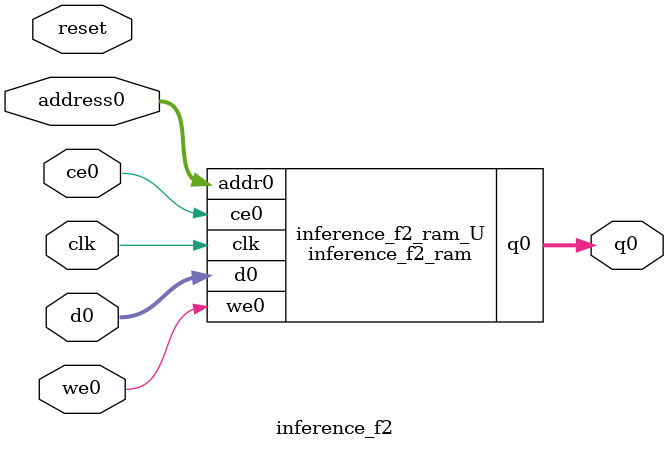
<source format=v>

`timescale 1 ns / 1 ps
module inference_f2_ram (addr0, ce0, d0, we0, q0,  clk);

parameter DWIDTH = 32;
parameter AWIDTH = 12;
parameter MEM_SIZE = 2400;

input[AWIDTH-1:0] addr0;
input ce0;
input[DWIDTH-1:0] d0;
input we0;
output reg[DWIDTH-1:0] q0;
input clk;

(* ram_style = "block" *)reg [DWIDTH-1:0] ram[MEM_SIZE-1:0];




always @(posedge clk)  
begin 
    if (ce0) 
    begin
        if (we0) 
        begin 
            ram[addr0] <= d0; 
            q0 <= d0;
        end 
        else 
            q0 <= ram[addr0];
    end
end


endmodule


`timescale 1 ns / 1 ps
module inference_f2(
    reset,
    clk,
    address0,
    ce0,
    we0,
    d0,
    q0);

parameter DataWidth = 32'd32;
parameter AddressRange = 32'd2400;
parameter AddressWidth = 32'd12;
input reset;
input clk;
input[AddressWidth - 1:0] address0;
input ce0;
input we0;
input[DataWidth - 1:0] d0;
output[DataWidth - 1:0] q0;



inference_f2_ram inference_f2_ram_U(
    .clk( clk ),
    .addr0( address0 ),
    .ce0( ce0 ),
    .d0( d0 ),
    .we0( we0 ),
    .q0( q0 ));

endmodule


</source>
